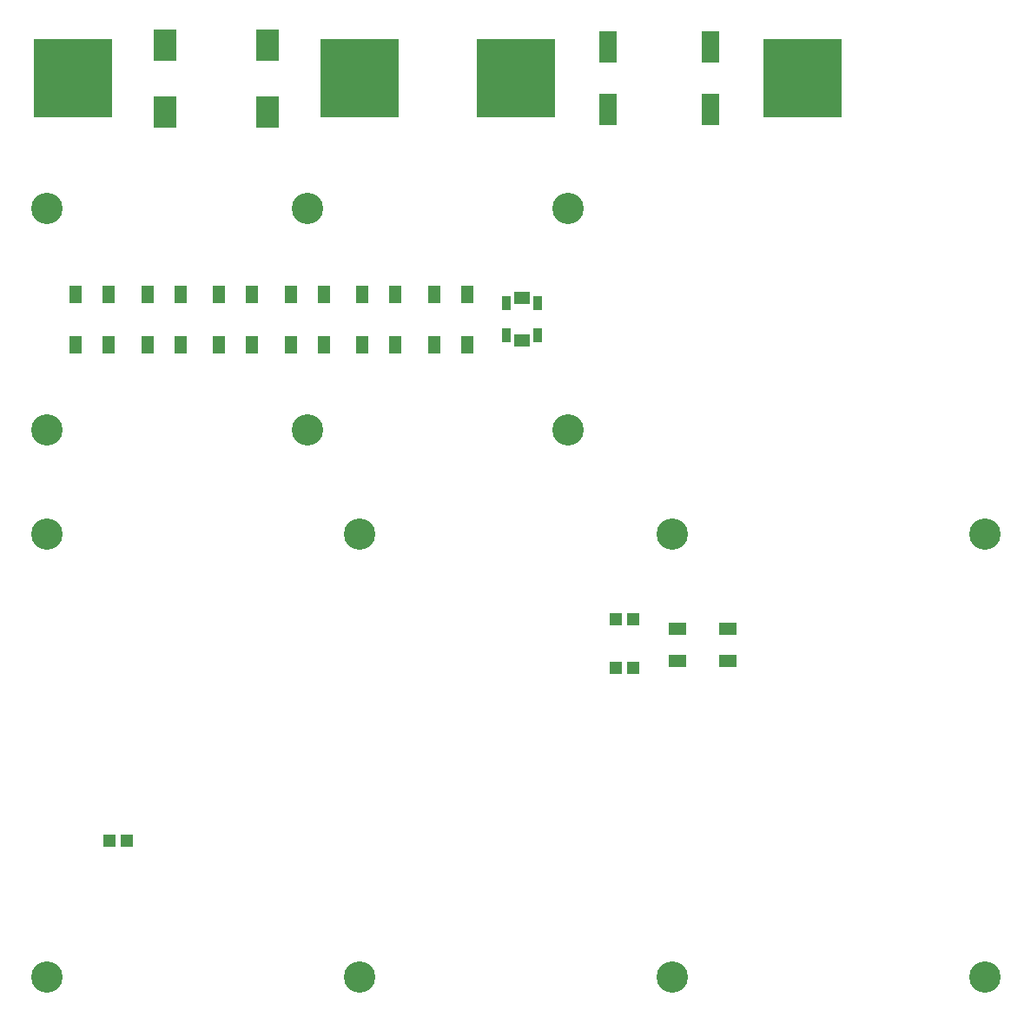
<source format=gts>
G04 DipTrace 3.0.0.1*
G04 panel2.GTS*
%MOIN*%
G04 #@! TF.FileFunction,Soldermask,Top*
G04 #@! TF.Part,Single*
%ADD58C,0.12*%
%ADD64R,0.069843X0.119056*%
%ADD66R,0.086772X0.119056*%
%ADD74R,0.03756X0.053308*%
%ADD76R,0.06315X0.045434*%
%ADD96R,0.067087X0.047402*%
%ADD98R,0.047402X0.067087*%
%ADD104R,0.051339X0.047402*%
%FSLAX26Y26*%
G04*
G70*
G90*
G75*
G01*
G04 TopMask*
%LPD*%
D104*
X852479Y1069017D3*
X785550D3*
X2796233Y1919016D3*
X2729303D3*
X2796233Y1731515D3*
X2729303D3*
D98*
X931197Y2972314D3*
X1057181D3*
Y3165227D3*
X931197D3*
X1206197Y2972314D3*
X1332181D3*
Y3165227D3*
X1206197D3*
X1481197Y2972314D3*
X1607181D3*
Y3165227D3*
X1481197D3*
X1756197Y2972314D3*
X1882181D3*
Y3165227D3*
X1756197D3*
X2031197Y2972314D3*
X2157181D3*
Y3165227D3*
X2031197D3*
X656196Y2972314D3*
X782180D3*
Y3165227D3*
X656196D3*
D96*
X2966589Y1882158D3*
Y1756173D3*
X3159503D3*
Y1882158D3*
D58*
X544015Y2244016D3*
X4144016Y544016D3*
X2944016Y2244016D3*
X544015Y544016D3*
X1744017Y2244016D3*
Y544016D3*
X4144016Y2244016D3*
X2944016Y544016D3*
X544188Y3493771D3*
X2544189D3*
X1544189D3*
X544188Y2643771D3*
X1544189D3*
X2544189D3*
D76*
X2369189Y3150464D3*
Y2987078D3*
D74*
X2309150Y3130778D3*
Y3006763D3*
X2429229D3*
Y3130778D3*
D66*
X1000246Y4122616D3*
X1390797Y4122576D3*
Y3865883D3*
X1000246Y3865834D3*
D64*
X2700246Y4112778D3*
X3090797Y4112729D3*
Y3875721D3*
X2700246Y3875671D3*
G36*
X494016Y4144016D2*
X794016D1*
Y3844016D1*
X494016D1*
Y4144016D1*
G37*
G36*
X1594016D2*
X1894016D1*
Y3844016D1*
X1594016D1*
Y4144016D1*
G37*
G36*
X2194016D2*
X2494016D1*
Y3844016D1*
X2194016D1*
Y4144016D1*
G37*
G36*
X3294016D2*
X3594016D1*
Y3844016D1*
X3294016D1*
Y4144016D1*
G37*
M02*

</source>
